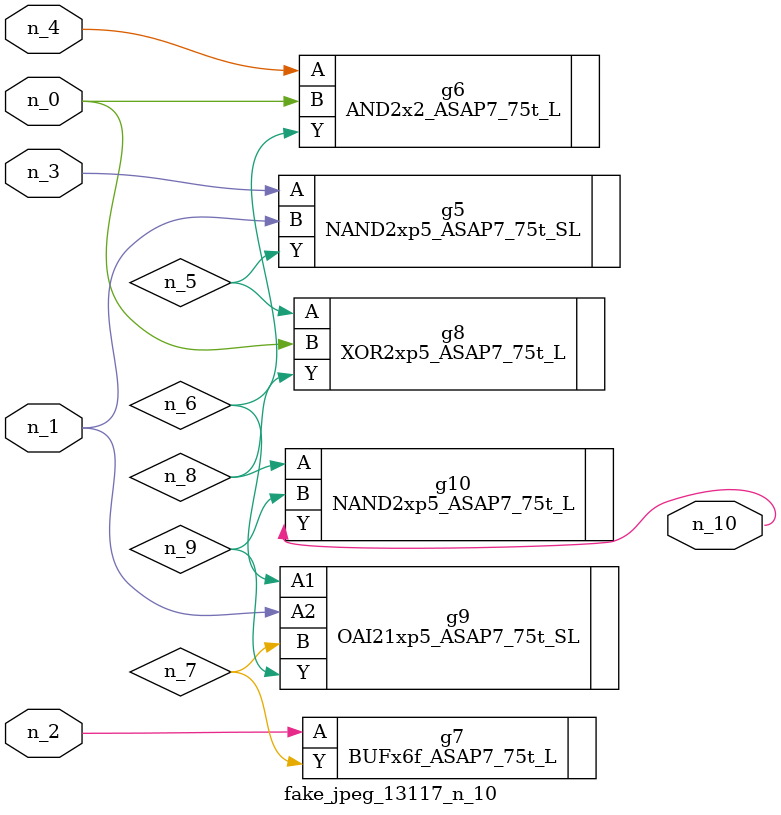
<source format=v>
module fake_jpeg_13117_n_10 (n_3, n_2, n_1, n_0, n_4, n_10);

input n_3;
input n_2;
input n_1;
input n_0;
input n_4;

output n_10;

wire n_8;
wire n_9;
wire n_6;
wire n_5;
wire n_7;

NAND2xp5_ASAP7_75t_SL g5 ( 
.A(n_3),
.B(n_1),
.Y(n_5)
);

AND2x2_ASAP7_75t_L g6 ( 
.A(n_4),
.B(n_0),
.Y(n_6)
);

BUFx6f_ASAP7_75t_L g7 ( 
.A(n_2),
.Y(n_7)
);

XOR2xp5_ASAP7_75t_L g8 ( 
.A(n_5),
.B(n_0),
.Y(n_8)
);

NAND2xp5_ASAP7_75t_L g10 ( 
.A(n_8),
.B(n_9),
.Y(n_10)
);

OAI21xp5_ASAP7_75t_SL g9 ( 
.A1(n_6),
.A2(n_1),
.B(n_7),
.Y(n_9)
);


endmodule
</source>
